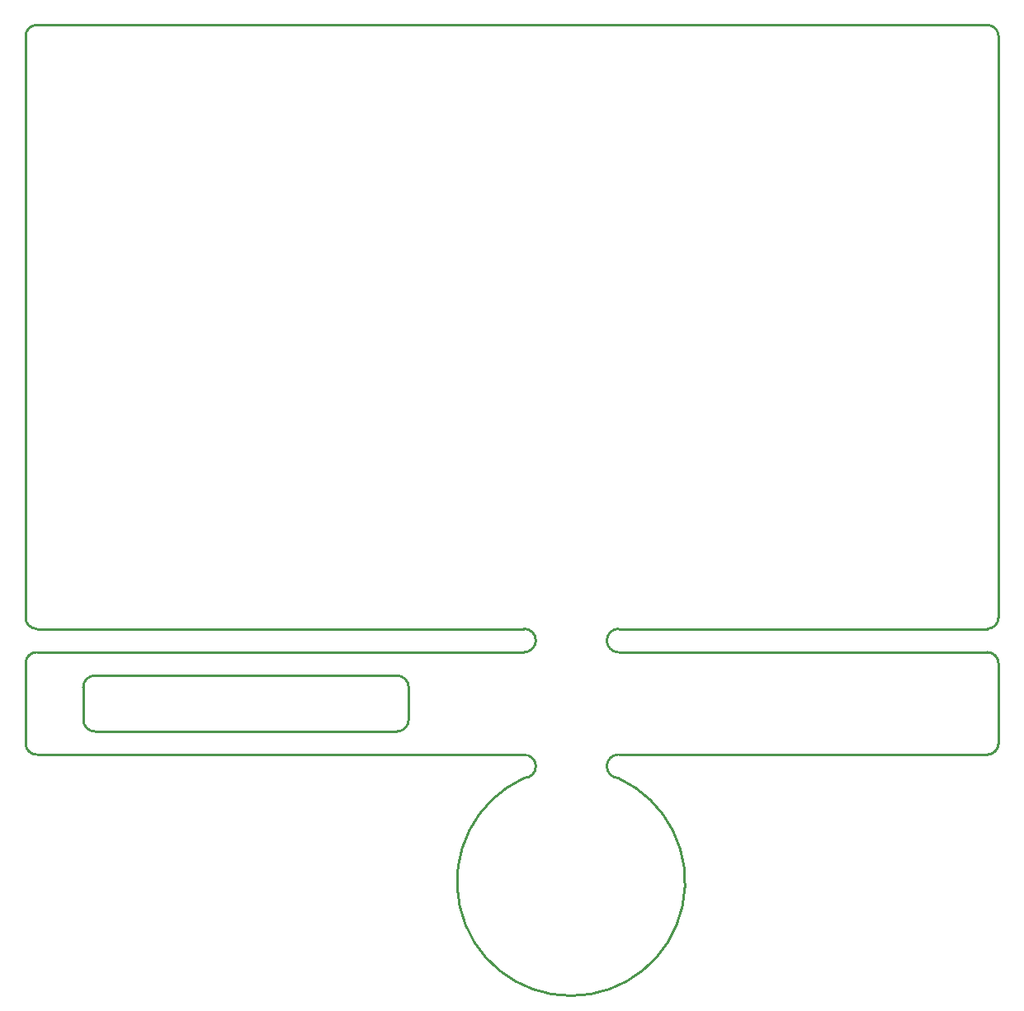
<source format=gko>
G04 Layer_Color=16720538*
%FSLAX25Y25*%
%MOIN*%
G70*
G01*
G75*
%ADD54C,0.01000*%
D54*
X1717000Y1151595D02*
G03*
X1712500Y1147095I0J-4500D01*
G01*
Y912000D02*
G03*
X1717000Y907500I4500J0D01*
G01*
X2101000D02*
G03*
X2105500Y912000I0J4500D01*
G01*
Y1147095D02*
G03*
X2101000Y1151595I-4500J0D01*
G01*
X1712500Y861146D02*
G03*
X1717000Y856646I4500J0D01*
G01*
Y898051D02*
G03*
X1712500Y893551I0J-4500D01*
G01*
X1952000Y907500D02*
G03*
X1947276Y902776I0J-4724D01*
G01*
D02*
G03*
X1952000Y898051I4724J0D01*
G01*
X2105500Y893551D02*
G03*
X2101000Y898051I-4500J0D01*
G01*
Y856646D02*
G03*
X2105500Y861146I0J4500D01*
G01*
X1913882Y898051D02*
G03*
X1918606Y902776I0J4724D01*
G01*
D02*
G03*
X1913882Y907500I-4724J0D01*
G01*
X1952000Y856646D02*
G03*
X1947276Y851921I0J-4724D01*
G01*
D02*
G03*
X1952000Y847197I4724J0D01*
G01*
X1913882D02*
G03*
X1918606Y851921I0J4724D01*
G01*
D02*
G03*
X1913882Y856646I-4724J0D01*
G01*
Y847197D02*
G03*
X1951970Y847130I18970J-41975D01*
G01*
X1735776Y870724D02*
G03*
X1740500Y866000I4724J0D01*
G01*
Y888602D02*
G03*
X1735776Y883878I0J-4724D01*
G01*
X1867224D02*
G03*
X1862500Y888602I-4724J0D01*
G01*
Y866000D02*
G03*
X1867224Y870724I0J4724D01*
G01*
X1712500Y912000D02*
Y1147095D01*
X2105500Y912000D02*
Y1147095D01*
X1712500Y861146D02*
Y893551D01*
X1717000Y856646D02*
X1913882D01*
X2105500Y861146D02*
Y879146D01*
X1952000Y898051D02*
X2101000D01*
X2105500Y879146D02*
Y893551D01*
X1717000Y907500D02*
X1913882D01*
X1717000Y898051D02*
X1913882D01*
X1952000Y907500D02*
X2101000D01*
X1717000Y1151595D02*
X2101000D01*
X1952000Y856646D02*
X2101000D01*
X1740500Y888602D02*
X1862500D01*
X1735776Y870724D02*
Y883878D01*
X1867224Y870724D02*
Y883878D01*
X1740500Y866000D02*
X1862500D01*
M02*

</source>
